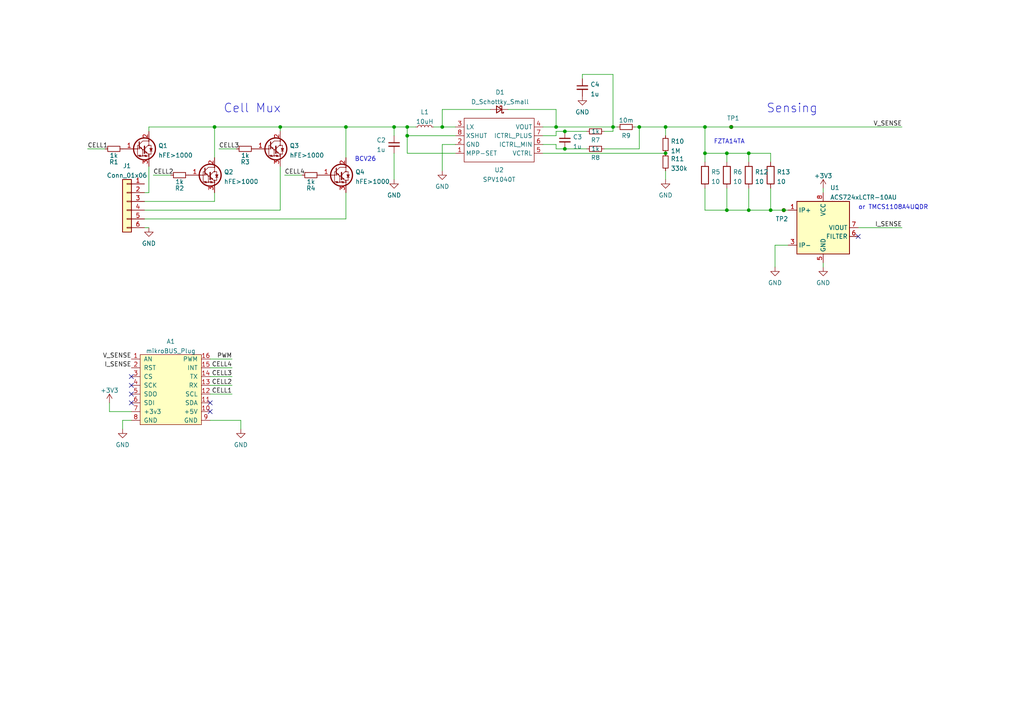
<source format=kicad_sch>
(kicad_sch (version 20211123) (generator eeschema)
  (paper "A4")
  (title_block (title "Seaque Solar Test") (date "2022-02-12"))
  (lib_symbols
    (symbol "Connector:TestPoint_Small" (pin_numbers hide) (pin_names (offset 0.762) hide)
      (property "Reference" "TP" (at 0 3.81 0))
      (property "Value" "TestPoint_Small" (at 0 2.032 0))
      (symbol "TestPoint_Small_0_1"
        (circle (center 0 0) (radius 0.508))
      )
      (symbol "TestPoint_Small_1_1"
        (pin passive line (at 0 0 90) (length 0) (name "1") (number "1"))
      )
    )
    (symbol "Connector_Generic:Conn_01x06" (pin_names (offset 1.016) hide)
      (property "Reference" "J" (at 0 7.62 0))
      (property "Value" "Conn_01x06" (at 0 -10.16 0))
      (symbol "Conn_01x06_1_1"
        (rectangle (start -1.27 -7.493) (end 0 -7.747) (stroke (width 0.1524)))
        (rectangle (start -1.27 -4.953) (end 0 -5.207) (stroke (width 0.1524)))
        (rectangle (start -1.27 -2.413) (end 0 -2.667) (stroke (width 0.1524)))
        (rectangle (start -1.27 0.127) (end 0 -0.127) (stroke (width 0.1524)))
        (rectangle (start -1.27 2.667) (end 0 2.413) (stroke (width 0.1524)))
        (rectangle (start -1.27 5.207) (end 0 4.953) (stroke (width 0.1524)))
        (rectangle (start -1.27 6.35) (end 1.27 -8.89) (stroke (width 0.254)) (fill (type background)))
        (pin passive line (at -5.08 5.08 0) (length 3.81) (name "Pin_1") (number "1"))
        (pin passive line (at -5.08 2.54 0) (length 3.81) (name "Pin_2") (number "2"))
        (pin passive line (at -5.08 0 0) (length 3.81) (name "Pin_3") (number "3"))
        (pin passive line (at -5.08 -2.54 0) (length 3.81) (name "Pin_4") (number "4"))
        (pin passive line (at -5.08 -5.08 0) (length 3.81) (name "Pin_5") (number "5"))
        (pin passive line (at -5.08 -7.62 0) (length 3.81) (name "Pin_6") (number "6"))
      )
    )
    (symbol "Device:C_Small" (pin_numbers hide) (pin_names (offset 0.254) hide)
      (property "Reference" "C" (at 0.254 1.778 0))
      (property "Value" "C_Small" (at 0.254 -2.032 0))
      (symbol "C_Small_0_1"
        (polyline (pts (xy -1.524 -0.508) (xy 1.524 -0.508)) (stroke (width 0.3302)))
        (polyline (pts (xy -1.524 0.508) (xy 1.524 0.508)) (stroke (width 0.3048)))
      )
      (symbol "C_Small_1_1"
        (pin passive line (at 0 2.54 270) (length 2.032) (name "~") (number "1"))
        (pin passive line (at 0 -2.54 90) (length 2.032) (name "~") (number "2"))
      )
    )
    (symbol "Device:D_Schottky_Small" (pin_numbers hide) (pin_names (offset 0.254) hide)
      (property "Reference" "D" (at -1.27 2.032 0))
      (property "Value" "D_Schottky_Small" (at -7.112 -2.032 0))
      (symbol "D_Schottky_Small_0_1"
        (polyline (pts (xy -0.762 0) (xy 0.762 0)))
        (polyline (pts (xy 0.762 -1.016) (xy -0.762 0) (xy 0.762 1.016) (xy 0.762 -1.016)) (stroke (width 0.254)))
        (polyline (pts (xy -1.27 0.762) (xy -1.27 1.016) (xy -0.762 1.016) (xy -0.762 -1.016) (xy -0.254 -1.016) (xy -0.254 -0.762)) (stroke (width 0.254)))
      )
      (symbol "D_Schottky_Small_1_1"
        (pin passive line (at -2.54 0 0) (length 1.778) (name "K") (number "1"))
        (pin passive line (at 2.54 0 180) (length 1.778) (name "A") (number "2"))
      )
    )
    (symbol "Device:L_Small" (pin_numbers hide) (pin_names (offset 0.254) hide)
      (property "Reference" "L" (at 0.762 1.016 0))
      (property "Value" "L_Small" (at 0.762 -1.016 0))
      (symbol "L_Small_0_1"
        (arc (start 0 -2.032) (mid 0.508 -1.524) (end 0 -1.016))
        (arc (start 0 -1.016) (mid 0.508 -0.508) (end 0 0))
        (arc (start 0 0) (mid 0.508 0.508) (end 0 1.016))
        (arc (start 0 1.016) (mid 0.508 1.524) (end 0 2.032))
      )
      (symbol "L_Small_1_1"
        (pin passive line (at 0 2.54 270) (length 0.508) (name "~") (number "1"))
        (pin passive line (at 0 -2.54 90) (length 0.508) (name "~") (number "2"))
      )
    )
    (symbol "Device:R" (pin_numbers hide) (pin_names (offset 0))
      (property "Reference" "R" (at 2.032 0 90))
      (property "Value" "R" (at 0 0 90))
      (symbol "R_0_1"
        (rectangle (start -1.016 -2.54) (end 1.016 2.54) (stroke (width 0.254)))
      )
      (symbol "R_1_1"
        (pin passive line (at 0 3.81 270) (length 1.27) (name "~") (number "1"))
        (pin passive line (at 0 -3.81 90) (length 1.27) (name "~") (number "2"))
      )
    )
    (symbol "Device:R_Small" (pin_numbers hide) (pin_names (offset 0.254) hide)
      (property "Reference" "R" (at 0.762 0.508 0))
      (property "Value" "R_Small" (at 0.762 -1.016 0))
      (symbol "R_Small_0_1"
        (rectangle (start -0.762 1.778) (end 0.762 -1.778) (stroke (width 0.2032)))
      )
      (symbol "R_Small_1_1"
        (pin passive line (at 0 2.54 270) (length 0.762) (name "~") (number "1"))
        (pin passive line (at 0 -2.54 90) (length 0.762) (name "~") (number "2"))
      )
    )
    (symbol "Sensor_Current:ACS724xLCTR-10AU"
      (property "Reference" "U" (at 2.54 11.43 0))
      (property "Value" "ACS724xLCTR-10AU" (at 2.54 8.89 0))
      (symbol "ACS724xLCTR-10AU_0_1"
        (rectangle (start -7.62 7.62) (end 7.62 -7.62) (stroke (width 0.254)) (fill (type background)))
      )
      (symbol "ACS724xLCTR-10AU_1_1"
        (pin passive line (at -10.16 5.08 0) (length 2.54) (name "IP+") (number "1"))
        (pin passive line (at -10.16 5.08 0) (length 2.54) hide (name "IP+") (number "2"))
        (pin passive line (at -10.16 -5.08 0) (length 2.54) (name "IP-") (number "3"))
        (pin passive line (at -10.16 -5.08 0) (length 2.54) hide (name "IP-") (number "4"))
        (pin power_in line (at 0 -10.16 90) (length 2.54) (name "GND") (number "5"))
        (pin passive line (at 10.16 -2.54 180) (length 2.54) (name "FILTER") (number "6"))
        (pin output line (at 10.16 0 180) (length 2.54) (name "VIOUT") (number "7"))
        (pin power_in line (at 0 10.16 270) (length 2.54) (name "VCC") (number "8"))
      )
    )
    (symbol "Transistor_BJT:TIP127" (pin_names (offset 0) hide)
      (property "Reference" "Q" (at 5.08 1.905 0))
      (property "Value" "TIP127" (at 5.08 0 0))
      (symbol "TIP127_0_1"
        (circle (center -0.762 0) (radius 0.127))
        (polyline (pts (xy -1.27 0) (xy -0.889 0)))
        (polyline (pts (xy 2.54 -2.032) (xy 2.54 -2.54)))
        (polyline (pts (xy 2.54 -1.524) (xy 3.175 -1.524)))
        (polyline (pts (xy 2.794 -0.635) (xy 3.556 -0.635)))
        (polyline (pts (xy 3.175 -1.524) (xy 3.175 -0.635)))
        (polyline (pts (xy 3.175 0.127) (xy 3.175 1.016)))
        (polyline (pts (xy 3.175 1.016) (xy 2.54 1.016)))
        (polyline (pts (xy -0.254 0.762) (xy 0.762 -0.254) (xy 1.27 -0.254)))
        (polyline (pts (xy -0.254 1.016) (xy -0.762 1.016) (xy -0.762 -2.032)))
        (polyline (pts (xy -0.254 1.27) (xy 0.762 2.286) (xy 2.54 2.286)))
        (polyline (pts (xy -0.254 2.032) (xy -0.254 0) (xy -0.254 0)) (stroke (width 0.3048)))
        (polyline (pts (xy 1.27 0.762) (xy 1.27 -1.27) (xy 1.27 -1.27)) (stroke (width 0.381)))
        (polyline (pts (xy 0 0.508) (xy 0.254 0) (xy 0.508 0.254) (xy 0 0.508)))
        (polyline (pts (xy 1.27 -0.508) (xy 2.286 -1.524) (xy 2.54 -1.524) (xy 2.54 -2.032)))
        (polyline (pts (xy 1.27 0) (xy 2.286 1.016) (xy 2.54 1.016) (xy 2.54 2.286)))
        (polyline (pts (xy 1.524 -0.762) (xy 1.778 -1.27) (xy 2.032 -1.016) (xy 1.524 -0.762)))
        (polyline (pts (xy 3.175 -0.635) (xy 2.794 0.127) (xy 3.556 0.127) (xy 3.175 -0.635)) (fill (type outline)))
        (polyline (pts (xy 0.762 -2.032) (xy 0.381 -2.032) (xy 0.254 -2.286) (xy 0.127 -1.778) (xy 0 -2.286) (xy -0.127 -1.778) (xy -0.254 -2.286) (xy -0.381 -1.778) (xy -0.508 -2.032) (xy -0.762 -2.032)))
        (polyline (pts (xy 0.762 -0.254) (xy 0.762 -2.032) (xy 1.143 -2.032) (xy 1.27 -1.778) (xy 1.397 -2.286) (xy 1.524 -1.778) (xy 1.651 -2.286) (xy 1.778 -1.778) (xy 1.905 -2.286) (xy 2.032 -2.032) (xy 2.54 -2.032)))
        (circle (center 0.762 -2.032) (radius 0.127))
        (circle (center 0.762 -0.254) (radius 0.127))
        (circle (center 1.27 0) (radius 3.175) (stroke (width 0.3556)))
        (circle (center 2.54 -2.032) (radius 0.127))
        (circle (center 2.54 -1.524) (radius 0.127))
        (circle (center 2.54 1.016) (radius 0.127))
        (circle (center 2.54 2.286) (radius 0.127))
      )
      (symbol "TIP127_1_1"
        (pin input line (at -5.08 0 0) (length 3.81) (name "B") (number "1"))
        (pin passive line (at 2.54 5.08 270) (length 2.667) (name "C") (number "2"))
        (pin passive line (at 2.54 -5.08 90) (length 2.54) (name "E") (number "3"))
      )
    )
    (symbol "libmikro:mikroBUS_Plug" (pin_names (offset 1.016))
      (property "Reference" "A" (at 0 11.43 0))
      (property "Value" "mikroBUS_Plug" (at 0 -11.43 0))
      (symbol "mikroBUS_Plug_0_1"
        (rectangle (start -8.89 10.16) (end 8.89 -10.16) (fill (type background)))
      )
      (symbol "mikroBUS_Plug_1_1"
        (pin bidirectional line (at -11.43 8.89 0) (length 2.54) (name "AN") (number "1"))
        (pin bidirectional line (at 11.43 -6.35 180) (length 2.54) (name "+5V") (number "10"))
        (pin bidirectional line (at 11.43 -3.81 180) (length 2.54) (name "SDA") (number "11"))
        (pin bidirectional line (at 11.43 -1.27 180) (length 2.54) (name "SCL") (number "12"))
        (pin bidirectional line (at 11.43 1.27 180) (length 2.54) (name "RX") (number "13"))
        (pin bidirectional line (at 11.43 3.81 180) (length 2.54) (name "TX") (number "14"))
        (pin bidirectional line (at 11.43 6.35 180) (length 2.54) (name "INT") (number "15"))
        (pin bidirectional line (at 11.43 8.89 180) (length 2.54) (name "PWM") (number "16"))
        (pin bidirectional line (at -11.43 6.35 0) (length 2.54) (name "RST") (number "2"))
        (pin bidirectional line (at -11.43 3.81 0) (length 2.54) (name "CS") (number "3"))
        (pin bidirectional line (at -11.43 1.27 0) (length 2.54) (name "SCK") (number "4"))
        (pin bidirectional line (at -11.43 -1.27 0) (length 2.54) (name "SDO") (number "5"))
        (pin bidirectional line (at -11.43 -3.81 0) (length 2.54) (name "SDI") (number "6"))
        (pin bidirectional line (at -11.43 -6.35 0) (length 2.54) (name "+3v3") (number "7"))
        (pin bidirectional line (at -11.43 -8.89 0) (length 2.54) (name "GND") (number "8"))
        (pin bidirectional line (at 11.43 -8.89 180) (length 2.54) (name "GND") (number "9"))
      )
    )
    (symbol "power:+3.3V" (power) (pin_names (offset 0))
      (property "Value" "+3.3V" (at 0 3.556 0))
      (symbol "+3.3V_0_1"
        (polyline (pts (xy -0.762 1.27) (xy 0 2.54)))
        (polyline (pts (xy 0 0) (xy 0 2.54)))
        (polyline (pts (xy 0 2.54) (xy 0.762 1.27)))
      )
      (symbol "+3.3V_1_1"
        (pin power_in line (at 0 0 90) (length 0) hide (name "+3V3") (number "1"))
      )
    )
    (symbol "power:GND" (power) (pin_names (offset 0))
      (property "Value" "GND" (at 0 -3.81 0))
      (symbol "GND_0_1"
        (polyline (pts (xy 0 0) (xy 0 -1.27) (xy 1.27 -1.27) (xy 0 -2.54) (xy -1.27 -1.27) (xy 0 -1.27)))
      )
      (symbol "GND_1_1"
        (pin power_in line (at 0 0 270) (length 0) hide (name "GND") (number "1"))
      )
    )
    (symbol "seaque:SPV1040T"
      (property "Reference" "U" (at 0 -6.35 0))
      (property "Value" "SPV1040T" (at 0 8.89 0))
      (symbol "SPV1040T_0_1"
        (rectangle (start -10.16 7.62) (end 10.16 -5.08) (stroke (width 0.1524)))
      )
      (symbol "SPV1040T_1_1"
        (pin input line (at -12.7 -2.54 0) (length 2.54) (name "MPP-SET") (number "1"))
        (pin power_in line (at -12.7 0 0) (length 2.54) (name "GND") (number "2"))
        (pin input line (at -12.7 5.08 0) (length 2.54) (name "LX") (number "3"))
        (pin input line (at 12.7 5.08 180) (length 2.54) (name "VOUT") (number "4"))
        (pin input line (at 12.7 -2.54 180) (length 2.54) (name "VCTRL") (number "5"))
        (pin input line (at 12.7 0 180) (length 2.54) (name "ICTRL_MIN") (number "6"))
        (pin input line (at 12.7 2.54 180) (length 2.54) (name "ICTRL_PLUS") (number "7"))
        (pin input line (at -12.7 2.54 0) (length 2.54) (name "XSHUT") (number "8"))
      )
    )
  )
  (junction (at 210.82 60.96))
  (junction (at 193.04 36.83))
  (junction (at 118.11 39.37))
  (junction (at 227.33 60.96))
  (junction (at 217.17 44.45))
  (junction (at 204.47 44.45))
  (junction (at 81.28 36.83))
  (junction (at 217.17 60.96))
  (junction (at 118.11 36.83))
  (junction (at 163.83 43.18))
  (junction (at 163.83 38.1))
  (junction (at 62.23 36.83))
  (junction (at 212.09 36.83))
  (junction (at 100.33 36.83))
  (junction (at 193.04 44.45))
  (junction (at 223.52 60.96))
  (junction (at 204.47 36.83))
  (junction (at 114.3 36.83))
  (junction (at 210.82 44.45))
  (junction (at 177.8 36.83))
  (junction (at 128.27 36.83))
  (junction (at 161.29 36.83))
  (junction (at 185.42 36.83))
  (no_connect (at 38.1 116.84))
  (no_connect (at 60.96 116.84))
  (no_connect (at 38.1 109.22))
  (no_connect (at 38.1 114.3))
  (no_connect (at 38.1 111.76))
  (no_connect (at 248.92 68.58))
  (no_connect (at 60.96 119.38))
  (wire (pts (xy 35.56 124.46) (xy 35.56 121.92)))
  (wire (pts (xy 177.8 36.83) (xy 179.07 36.83)))
  (wire (pts (xy 118.11 44.45) (xy 118.11 39.37)))
  (wire (pts (xy 238.76 76.2) (xy 238.76 77.47)))
  (wire (pts (xy 157.48 36.83) (xy 161.29 36.83)))
  (wire (pts (xy 62.23 36.83) (xy 62.23 45.72)))
  (wire (pts (xy 43.18 38.1) (xy 43.18 36.83)))
  (wire (pts (xy 60.96 104.14) (xy 67.31 104.14)))
  (wire (pts (xy 224.79 71.12) (xy 228.6 71.12)))
  (wire (pts (xy 62.23 55.88) (xy 62.23 58.42)))
  (wire (pts (xy 118.11 44.45) (xy 132.08 44.45)))
  (wire (pts (xy 100.33 55.88) (xy 100.33 63.5)))
  (wire (pts (xy 217.17 54.61) (xy 217.17 60.96)))
  (wire (pts (xy 223.52 44.45) (xy 223.52 46.99)))
  (wire (pts (xy 238.76 54.61) (xy 238.76 55.88)))
  (wire (pts (xy 81.28 48.26) (xy 81.28 60.96)))
  (wire (pts (xy 210.82 44.45) (xy 217.17 44.45)))
  (wire (pts (xy 161.29 38.1) (xy 163.83 38.1)))
  (wire (pts (xy 168.91 21.59) (xy 168.91 22.86)))
  (wire (pts (xy 204.47 54.61) (xy 204.47 60.96)))
  (wire (pts (xy 41.91 58.42) (xy 62.23 58.42)))
  (wire (pts (xy 161.29 39.37) (xy 161.29 38.1)))
  (wire (pts (xy 69.85 121.92) (xy 69.85 124.46)))
  (wire (pts (xy 128.27 31.75) (xy 142.24 31.75)))
  (wire (pts (xy 81.28 36.83) (xy 81.28 38.1)))
  (wire (pts (xy 82.55 50.8) (xy 87.63 50.8)))
  (wire (pts (xy 41.91 60.96) (xy 81.28 60.96)))
  (wire (pts (xy 100.33 36.83) (xy 100.33 45.72)))
  (wire (pts (xy 204.47 60.96) (xy 210.82 60.96)))
  (wire (pts (xy 157.48 41.91) (xy 161.29 41.91)))
  (wire (pts (xy 163.83 38.1) (xy 170.18 38.1)))
  (wire (pts (xy 118.11 39.37) (xy 132.08 39.37)))
  (wire (pts (xy 204.47 44.45) (xy 210.82 44.45)))
  (wire (pts (xy 177.8 36.83) (xy 177.8 21.59)))
  (wire (pts (xy 227.33 60.96) (xy 228.6 60.96)))
  (wire (pts (xy 41.91 55.88) (xy 43.18 55.88)))
  (wire (pts (xy 161.29 43.18) (xy 163.83 43.18)))
  (wire (pts (xy 193.04 39.37) (xy 193.04 36.83)))
  (wire (pts (xy 60.96 114.3) (xy 67.31 114.3)))
  (wire (pts (xy 41.91 63.5) (xy 100.33 63.5)))
  (wire (pts (xy 60.96 109.22) (xy 67.31 109.22)))
  (wire (pts (xy 177.8 21.59) (xy 168.91 21.59)))
  (wire (pts (xy 128.27 36.83) (xy 132.08 36.83)))
  (wire (pts (xy 185.42 43.18) (xy 185.42 36.83)))
  (wire (pts (xy 248.92 66.04) (xy 261.62 66.04)))
  (wire (pts (xy 35.56 121.92) (xy 38.1 121.92)))
  (wire (pts (xy 224.79 77.47) (xy 224.79 71.12)))
  (wire (pts (xy 217.17 60.96) (xy 223.52 60.96)))
  (wire (pts (xy 43.18 36.83) (xy 62.23 36.83)))
  (wire (pts (xy 210.82 54.61) (xy 210.82 60.96)))
  (wire (pts (xy 114.3 44.45) (xy 114.3 52.07)))
  (wire (pts (xy 128.27 49.53) (xy 128.27 41.91)))
  (wire (pts (xy 161.29 41.91) (xy 161.29 43.18)))
  (wire (pts (xy 100.33 36.83) (xy 114.3 36.83)))
  (wire (pts (xy 204.47 36.83) (xy 204.47 44.45)))
  (wire (pts (xy 31.75 116.84) (xy 31.75 119.38)))
  (wire (pts (xy 212.09 36.83) (xy 261.62 36.83)))
  (wire (pts (xy 161.29 36.83) (xy 177.8 36.83)))
  (wire (pts (xy 128.27 36.83) (xy 128.27 31.75)))
  (wire (pts (xy 114.3 36.83) (xy 118.11 36.83)))
  (wire (pts (xy 193.04 36.83) (xy 204.47 36.83)))
  (wire (pts (xy 223.52 54.61) (xy 223.52 60.96)))
  (wire (pts (xy 175.26 38.1) (xy 177.8 38.1)))
  (wire (pts (xy 157.48 39.37) (xy 161.29 39.37)))
  (wire (pts (xy 63.5 43.18) (xy 68.58 43.18)))
  (wire (pts (xy 193.04 49.53) (xy 193.04 52.07)))
  (wire (pts (xy 210.82 60.96) (xy 217.17 60.96)))
  (wire (pts (xy 184.15 36.83) (xy 185.42 36.83)))
  (wire (pts (xy 62.23 36.83) (xy 81.28 36.83)))
  (wire (pts (xy 118.11 39.37) (xy 118.11 36.83)))
  (wire (pts (xy 31.75 119.38) (xy 38.1 119.38)))
  (wire (pts (xy 25.4 43.18) (xy 30.48 43.18)))
  (wire (pts (xy 185.42 36.83) (xy 193.04 36.83)))
  (wire (pts (xy 60.96 121.92) (xy 69.85 121.92)))
  (wire (pts (xy 41.91 66.04) (xy 43.18 66.04)))
  (wire (pts (xy 163.83 43.18) (xy 170.18 43.18)))
  (wire (pts (xy 217.17 44.45) (xy 217.17 46.99)))
  (wire (pts (xy 60.96 111.76) (xy 67.31 111.76)))
  (wire (pts (xy 204.47 36.83) (xy 212.09 36.83)))
  (wire (pts (xy 60.96 106.68) (xy 67.31 106.68)))
  (wire (pts (xy 128.27 41.91) (xy 132.08 41.91)))
  (wire (pts (xy 223.52 60.96) (xy 227.33 60.96)))
  (wire (pts (xy 157.48 44.45) (xy 193.04 44.45)))
  (wire (pts (xy 44.45 50.8) (xy 49.53 50.8)))
  (wire (pts (xy 210.82 44.45) (xy 210.82 46.99)))
  (wire (pts (xy 147.32 31.75) (xy 161.29 31.75)))
  (wire (pts (xy 175.26 43.18) (xy 185.42 43.18)))
  (wire (pts (xy 81.28 36.83) (xy 100.33 36.83)))
  (wire (pts (xy 161.29 31.75) (xy 161.29 36.83)))
  (wire (pts (xy 204.47 44.45) (xy 204.47 46.99)))
  (wire (pts (xy 114.3 36.83) (xy 114.3 39.37)))
  (wire (pts (xy 217.17 44.45) (xy 223.52 44.45)))
  (wire (pts (xy 118.11 36.83) (xy 120.65 36.83)))
  (wire (pts (xy 177.8 38.1) (xy 177.8 36.83)))
  (wire (pts (xy 125.73 36.83) (xy 128.27 36.83)))
  (wire (pts (xy 43.18 48.26) (xy 43.18 55.88)))
  (text "Cell Mux" (at 64.77 33.02 0) (effects (font (size 2.54 2.54)) (justify left bottom)))
  (text "or TMCS1108A4UQDR" (at 248.92 60.96 0) (effects (font (size 1.27 1.27)) (justify left bottom)))
  (text "BCV26" (at 102.87 46.99 0) (effects (font (size 1.27 1.27)) (justify left bottom)))
  (text "FZTA14TA" (at 207.01 41.91 0) (effects (font (size 1.27 1.27)) (justify left bottom)))
  (text "Sensing" (at 222.25 33.02 0) (effects (font (size 2.54 2.54)) (justify left bottom)))
  (label "CELL3" (at 63.5 43.18 0))
  (label "CELL3" (at 67.31 109.22 180))
  (label "CELL2" (at 67.31 111.76 180))
  (label "CELL1" (at 25.4 43.18 0))
  (label "PWM" (at 67.31 104.14 180))
  (label "CELL4" (at 82.55 50.8 0))
  (label "CELL1" (at 67.31 114.3 180))
  (label "CELL4" (at 67.31 106.68 180))
  (label "V_SENSE" (at 261.62 36.83 180))
  (label "I_SENSE" (at 261.62 66.04 180))
  (label "CELL2" (at 44.45 50.8 0))
  (label "I_SENSE" (at 38.1 106.68 180))
  (label "V_SENSE" (at 38.1 104.14 180))
  (symbol (lib_id "Connector:TestPoint_Small") (at 212.09 36.83 0) (unit 1)
    (property "Reference" "TP1" (at 210.82 34.29 0) (effects (justify left)))
    (property "Value" "TestPoint_Small" (effects hide))
    (property "Footprint" "Connector_PinHeader_1.00mm:PinHeader_1x01_P1.00mm_Vertical" (effects hide))
  )
  (symbol (lib_id "Device:R_Small") (at 193.04 46.99 180) (unit 1)
    (property "Reference" "R11" (at 194.5386 46.0815 0) (effects (justify right)))
    (property "Value" "330k" (at 194.5386 48.8566 0) (effects (justify right)))
    (property "Footprint" "Resistor_SMD:R_0603_1608Metric" (effects hide))
  )
  (symbol (lib_id "Transistor_BJT:TIP127") (at 40.64 43.18 0) (unit 1)
    (property "Reference" "Q1" (at 45.8978 42.2715 0) (effects (justify left)))
    (property "Value" "hFE>1000" (at 45.8978 45.0466 0) (effects (justify left)))
    (property "Footprint" "Package_TO_SOT_SMD:SC-59_Handsoldering" (effects hide))
    (property "Datasheet" "https://www.onsemi.com/pub/Collateral/TIP120-D.PDF" (effects hide))
  )
  (symbol (lib_id "power:GND") (at 168.91 27.94 0) (unit 1)
    (property "Reference" "#PWR0109" (effects hide))
    (property "Value" "GND" (at 168.91 32.5025 0))
  )
  (symbol (lib_id "Device:R_Small") (at 33.02 43.18 90) (mirror x) (unit 1)
    (property "Reference" "R1" (at 33.02 46.99 90))
    (property "Value" "1k" (at 33.02 45.108 90))
    (property "Footprint" "Resistor_SMD:R_0603_1608Metric" (effects hide))
  )
  (symbol (lib_id "Transistor_BJT:TIP127") (at 78.74 43.18 0) (unit 1)
    (property "Reference" "Q3" (at 83.9978 42.2715 0) (effects (justify left)))
    (property "Value" "hFE>1000" (at 83.9978 45.0466 0) (effects (justify left)))
    (property "Footprint" "Package_TO_SOT_SMD:SC-59_Handsoldering" (effects hide))
    (property "Datasheet" "https://www.onsemi.com/pub/Collateral/TIP120-D.PDF" (effects hide))
  )
  (symbol (lib_id "Sensor_Current:ACS724xLCTR-10AU") (at 238.76 66.04 0) (unit 1)
    (property "Reference" "U1" (at 240.7794 54.4535 0) (effects (justify left)))
    (property "Value" "ACS724xLCTR-10AU" (at 240.7794 57.2286 0) (effects (justify left)))
    (property "Footprint" "Package_SO:SOIC-8_3.9x4.9mm_P1.27mm" (effects hide))
    (property "Datasheet" "http://www.allegromicro.com/~/media/Files/Datasheets/ACS724-Datasheet.ashx?la=en" (effects hide))
  )
  (symbol (lib_id "power:GND") (at 193.04 52.07 0) (unit 1)
    (property "Reference" "#PWR0110" (effects hide))
    (property "Value" "GND" (at 193.04 56.6325 0))
  )
  (symbol (lib_id "power:GND") (at 69.85 124.46 0) (unit 1)
    (property "Reference" "#PWR0102" (effects hide))
    (property "Value" "GND" (at 69.85 129.0225 0))
  )
  (symbol (lib_id "Device:R_Small") (at 181.61 36.83 90) (unit 1)
    (property "Reference" "R9" (at 181.61 39.37 90))
    (property "Value" "10m" (at 181.61 34.902 90))
    (property "Footprint" "Resistor_SMD:R_0603_1608Metric" (effects hide))
  )
  (symbol (lib_id "power:GND") (at 224.79 77.47 0) (unit 1)
    (property "Reference" "#PWR0107" (effects hide))
    (property "Value" "GND" (at 224.79 82.0325 0))
  )
  (symbol (lib_id "Device:R_Small") (at 193.04 41.91 180) (unit 1)
    (property "Reference" "R10" (at 194.5386 41.0015 0) (effects (justify right)))
    (property "Value" "1M" (at 194.5386 43.7766 0) (effects (justify right)))
    (property "Footprint" "Resistor_SMD:R_0603_1608Metric" (effects hide))
  )
  (symbol (lib_id "Device:R") (at 204.47 50.8 0) (unit 1)
    (property "Reference" "R5" (at 206.248 49.8915 0) (effects (justify left)))
    (property "Value" "10" (at 206.248 52.6666 0) (effects (justify left)))
    (property "Footprint" "Resistor_SMD:R_1206_3216Metric" (effects hide))
  )
  (symbol (lib_id "Device:R_Small") (at 52.07 50.8 90) (mirror x) (unit 1)
    (property "Reference" "R2" (at 52.07 54.61 90))
    (property "Value" "1k" (at 52.07 52.728 90))
    (property "Footprint" "Resistor_SMD:R_0603_1608Metric" (effects hide))
  )
  (symbol (lib_id "Connector_Generic:Conn_01x06") (at 36.83 58.42 0) (mirror y) (unit 1)
    (property "Reference" "J1" (at 36.83 48.1035 0))
    (property "Value" "Conn_01x06" (at 36.83 50.8786 0))
    (property "Footprint" "Connector_Molex:Molex_Pico-Lock_504050-0591_1x05-1MP_P1.50mm_Horizontal" (effects hide))
  )
  (symbol (lib_id "Device:R") (at 210.82 50.8 0) (unit 1)
    (property "Reference" "R6" (at 212.598 49.8915 0) (effects (justify left)))
    (property "Value" "10" (at 212.598 52.6666 0) (effects (justify left)))
    (property "Footprint" "Resistor_SMD:R_1206_3216Metric" (effects hide))
  )
  (symbol (lib_id "power:GND") (at 128.27 49.53 0) (unit 1)
    (property "Reference" "#PWR0106" (effects hide))
    (property "Value" "GND" (at 128.27 54.0925 0))
  )
  (symbol (lib_id "power:+3.3V") (at 31.75 116.84 0) (unit 1)
    (property "Reference" "#PWR0101" (effects hide))
    (property "Value" "+3.3V" (at 31.75 113.2355 0))
  )
  (symbol (lib_id "Device:R_Small") (at 172.72 38.1 90) (unit 1)
    (property "Reference" "R7" (at 172.72 40.64 90))
    (property "Value" "1k" (at 172.72 38.1 90))
    (property "Footprint" "Resistor_SMD:R_0603_1608Metric" (effects hide))
  )
  (symbol (lib_id "seaque:SPV1040T") (at 144.78 41.91 0) (unit 1)
    (property "Reference" "U2" (at 144.78 49.2949 0))
    (property "Value" "SPV1040T" (at 144.78 52.07 0))
    (property "Footprint" "Package_SO:TSSOP-8_4.4x3mm_P0.65mm" (effects hide))
  )
  (symbol (lib_id "power:+3.3V") (at 238.76 54.61 0) (unit 1)
    (property "Reference" "#PWR0105" (effects hide))
    (property "Value" "+3.3V" (at 238.76 51.0055 0))
  )
  (symbol (lib_id "Device:R_Small") (at 71.12 43.18 90) (mirror x) (unit 1)
    (property "Reference" "R3" (at 71.12 46.99 90))
    (property "Value" "1k" (at 71.12 45.108 90))
    (property "Footprint" "Resistor_SMD:R_0603_1608Metric" (effects hide))
  )
  (symbol (lib_id "Transistor_BJT:TIP127") (at 97.79 50.8 0) (unit 1)
    (property "Reference" "Q4" (at 103.0478 49.8915 0) (effects (justify left)))
    (property "Value" "hFE>1000" (at 103.0478 52.6666 0) (effects (justify left)))
    (property "Footprint" "Package_TO_SOT_SMD:SC-59_Handsoldering" (effects hide))
    (property "Datasheet" "https://www.onsemi.com/pub/Collateral/TIP120-D.PDF" (effects hide))
  )
  (symbol (lib_id "Device:R") (at 217.17 50.8 0) (unit 1)
    (property "Reference" "R12" (at 218.948 49.8915 0) (effects (justify left)))
    (property "Value" "10" (at 218.948 52.6666 0) (effects (justify left)))
    (property "Footprint" "Resistor_SMD:R_1206_3216Metric" (effects hide))
  )
  (symbol (lib_id "Transistor_BJT:TIP127") (at 59.69 50.8 0) (unit 1)
    (property "Reference" "Q2" (at 64.9478 49.8915 0) (effects (justify left)))
    (property "Value" "hFE>1000" (at 64.9478 52.6666 0) (effects (justify left)))
    (property "Footprint" "Package_TO_SOT_SMD:SC-59_Handsoldering" (effects hide))
    (property "Datasheet" "https://www.onsemi.com/pub/Collateral/TIP120-D.PDF" (effects hide))
  )
  (symbol (lib_id "Device:D_Schottky_Small") (at 144.78 31.75 180) (unit 1)
    (property "Reference" "D1" (at 145.034 26.7675 0))
    (property "Value" "D_Schottky_Small" (at 145.034 29.5426 0))
    (property "Footprint" "Diode_SMD:D_SMA" (effects hide))
  )
  (symbol (lib_id "Connector:TestPoint_Small") (at 227.33 60.96 180) (unit 1)
    (property "Reference" "TP2" (at 228.6 63.5 0) (effects (justify left)))
    (property "Value" "TestPoint_Small" (effects hide))
    (property "Footprint" "Connector_PinHeader_1.00mm:PinHeader_1x01_P1.00mm_Vertical" (effects hide))
  )
  (symbol (lib_id "power:GND") (at 43.18 66.04 0) (unit 1)
    (property "Reference" "#PWR0104" (effects hide))
    (property "Value" "GND" (at 43.18 70.6025 0))
  )
  (symbol (lib_id "libmikro:mikroBUS_Plug") (at 49.53 113.03 0) (unit 1)
    (property "Reference" "A1" (at 49.53 99.0305 0))
    (property "Value" "mikroBUS_Plug" (at 49.53 101.8056 0))
    (property "Footprint" "libmikro:mikroBUS_Plug" (effects hide))
  )
  (symbol (lib_id "Device:C_Small") (at 114.3 41.91 0) (unit 1)
    (property "Reference" "C2" (at 109.22 40.64 0) (effects (justify left)))
    (property "Value" "1u" (at 109.22 43.4151 0) (effects (justify left)))
    (property "Footprint" "Capacitor_SMD:C_0603_1608Metric" (effects hide))
  )
  (symbol (lib_id "Device:R_Small") (at 90.17 50.8 90) (mirror x) (unit 1)
    (property "Reference" "R4" (at 90.17 54.61 90))
    (property "Value" "1k" (at 90.17 52.728 90))
    (property "Footprint" "Resistor_SMD:R_0603_1608Metric" (effects hide))
  )
  (symbol (lib_id "Device:R") (at 223.52 50.8 0) (unit 1)
    (property "Reference" "R13" (at 225.298 49.8915 0) (effects (justify left)))
    (property "Value" "10" (at 225.298 52.6666 0) (effects (justify left)))
    (property "Footprint" "Resistor_SMD:R_1206_3216Metric" (effects hide))
  )
  (symbol (lib_id "Device:C_Small") (at 163.83 40.64 0) (unit 1)
    (property "Reference" "C3" (at 166.1541 39.7378 0) (effects (justify left)))
    (property "Value" "1u" (at 166.1541 42.5129 0) (effects (justify left)))
    (property "Footprint" "Capacitor_SMD:C_0603_1608Metric" (effects hide))
  )
  (symbol (lib_id "Device:C_Small") (at 168.91 25.4 0) (unit 1)
    (property "Reference" "C4" (at 171.2341 24.4978 0) (effects (justify left)))
    (property "Value" "1u" (at 171.2341 27.2729 0) (effects (justify left)))
    (property "Footprint" "Capacitor_SMD:C_0603_1608Metric" (effects hide))
  )
  (symbol (lib_id "Device:L_Small") (at 123.19 36.83 90) (unit 1)
    (property "Reference" "L1" (at 123.19 32.4825 90))
    (property "Value" "10uH" (at 123.19 35.2576 90))
    (property "Footprint" "Inductor_SMD:L_6.3x6.3_H3" (effects hide))
  )
  (symbol (lib_id "power:GND") (at 114.3 52.07 0) (unit 1)
    (property "Reference" "#PWR0111" (effects hide))
    (property "Value" "GND" (at 114.3 56.6325 0))
  )
  (symbol (lib_id "Device:R_Small") (at 172.72 43.18 90) (unit 1)
    (property "Reference" "R8" (at 172.72 45.72 90))
    (property "Value" "1k" (at 172.72 43.18 90))
    (property "Footprint" "Resistor_SMD:R_0603_1608Metric" (effects hide))
  )
  (symbol (lib_id "power:GND") (at 238.76 77.47 0) (unit 1)
    (property "Reference" "#PWR0108" (effects hide))
    (property "Value" "GND" (at 238.76 82.0325 0))
  )
  (symbol (lib_id "power:GND") (at 35.56 124.46 0) (unit 1)
    (property "Reference" "#PWR0103" (effects hide))
    (property "Value" "GND" (at 35.56 129.0225 0))
  )
)
</source>
